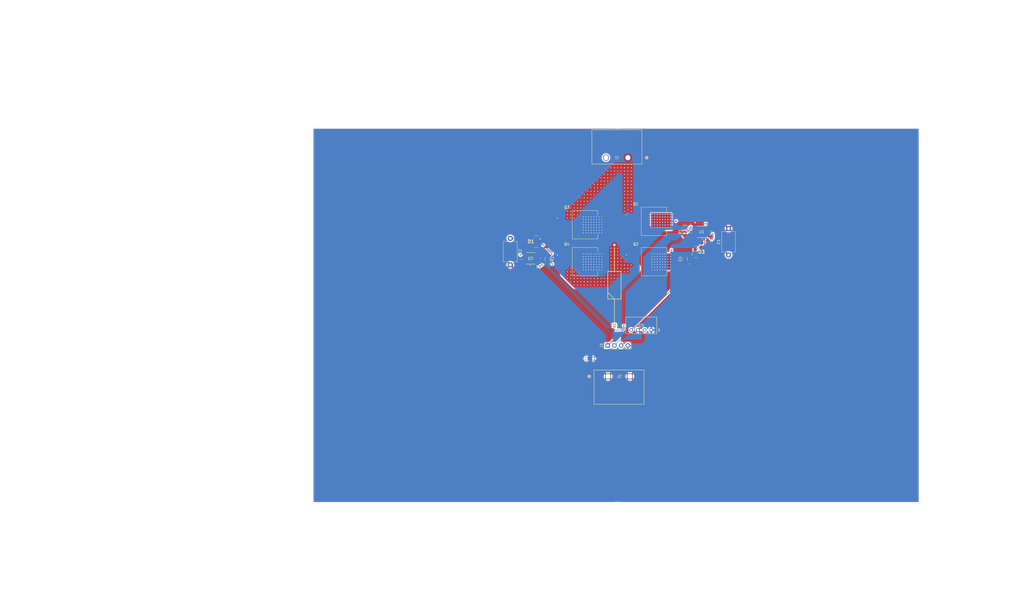
<source format=kicad_pcb>
(kicad_pcb (version 20240108) (generator "pcbnew") (generator_version "8.0")
  (layers (0 "F.Cu" signal) (1 "In1.Cu" signal) (2 "In2.Cu" signal) (31 "B.Cu" signal) (34 "B.Paste" user) (35 "F.Paste" user) (36 "B.SilkS" user "B.Silkscreen") (37 "F.SilkS" user "F.Silkscreen") (38 "B.Mask" user) (39 "F.Mask" user) (44 "Edge.Cuts" user))
  (net 0 "")
  (net 1 "SW1")
  (net 2 "Net-(D3-K)")
  (net 3 "Net-(D1-K)")
  (net 4 "SW2")
  (net 5 "GNDPWR")
  (net 6 "VIN")
  (net 7 "GND")
  (net 8 "VCC")
  (net 9 "TOPIN")
  (net 10 "BOTIN")
  (net 11 "5v")
  (net 12 "Net-(Q1-G)")
  (net 13 "Net-(Q2-G)")
  (net 14 "Net-(Q3-G)")
  (net 15 "Net-(Q4-G)")
  (net 16 "Net-(U1-*FLT)")
  (net 17 "Net-(U3-*FLT)")
  (footprint "Resistor_SMD:R_1206_3216Metric" (layer "F.Cu") (at 152.48 73.8525 -90)
    (property "Reference" "R2")
    (property "Value" "51k")
  )
  (footprint "Connector_PinHeader_2.54mm:PinHeader_1x04_P2.54mm_Vertical" (layer "F.Cu") (at 175.26 106.68 90)
    (property "Reference" "J3")
    (property "Value" "Conn_01x04")
  )
  (footprint "big_hbridge_fp:MSOP12_MSE_ADI-M" (layer "F.Cu") (at 146.13 73.66 180)
    (property "Reference" "U3")
    (property "Value" "~")
  )
  (footprint "big_hbridge_fp:CONN_4DB-P108-02_TEC" (layer "F.Cu") (at 175.4124 118.364)
    (property "Reference" "J2")
    (property "Value" "Screw_Terminal_01x02")
  )
  (footprint "big_hbridge_fp:CONN_4DB-P108-02_TEC" (layer "F.Cu") (at 182.88 35.56 180)
    (property "Reference" "J1")
    (property "Value" "Screw_Terminal_01x02")
  )
  (footprint "big_hbridge_fp:TO254P1524X483-3N" (layer "F.Cu") (at 191.18 59.69)
    (property "Reference" "Q1")
    (property "Value" "NMOS")
  )
  (footprint "Capacitor_THT:C_Disc_D7.5mm_W5.0mm_P10.00mm" (layer "F.Cu") (at 220.98 72.39 90)
    (property "Reference" "C1")
    (property "Value" "1uF")
  )
  (footprint "big_hbridge_fp:MSOP12_MSE_ADI-M" (layer "F.Cu") (at 210.82 63.64)
    (property "Reference" "U1")
    (property "Value" "LTC7061EMSE-PBF")
  )
  (footprint "big_hbridge_fp:TO254P1524X483-3N" (layer "F.Cu") (at 165.1 74.93)
    (property "Reference" "Q4")
    (property "Value" "NMOS")
  )
  (footprint "big_hbridge_fp:FSV10120V" (layer "F.Cu") (at 145.86 67.31 180)
    (property "Reference" "D1")
    (property "Value" "FSV10120V" (hide yes))
  )
  (footprint "big_hbridge_fp:TO254P1524X483-3N" (layer "F.Cu") (at 165.1 60.96)
    (property "Reference" "Q3")
    (property "Value" "NMOS")
  )
  (footprint "big_hbridge_fp:FSV10120V" (layer "F.Cu") (at 211.09 71.2)
    (property "Reference" "D3")
    (property "Value" "FSV10120V" (hide yes))
  )
  (footprint "Capacitor_THT:C_Disc_D7.5mm_W5.0mm_P10.00mm" (layer "F.Cu") (at 138.43 66.12 -90)
    (property "Reference" "C2")
    (property "Value" "1uF")
  )
  (footprint "big_hbridge_fp:CAPPA3050W60L1050D500" (layer "F.Cu") (at 177.8 99.08 90)
    (property "Reference" "C3")
    (property "Value" "1uF" (hide yes))
  )
  (footprint "big_hbridge_fp:TO254P1524X483-3N" (layer "F.Cu") (at 191.23 74.93)
    (property "Reference" "Q2")
    (property "Value" "NMOS")
  )
  (footprint "NetTie:NetTie-2_THT_Pad1.0mm" (layer "F.Cu") (at 169.829 111.633 180)
    (property "Reference" "NT1" (hide yes))
    (property "Value" "NetTie_2" (hide yes))
  )
  (footprint "Capacitor_SMD:C_1206_3216Metric" (layer "F.Cu") (at 204.47 73.945 90)
    (property "Reference" "C4")
    (property "Value" "0.1uF")
  )
  (footprint "Resistor_SMD:R_1206_3216Metric" (layer "F.Cu") (at 204.47 63.58 90)
    (property "Reference" "R1")
    (property "Value" "51k")
  )
  (footprint "big_hbridge_fp:ROE_RCP" (layer "F.Cu") (at 191.77 100.81 180)
    (property "Reference" "U2")
    (property "Value" "ROE-0512S")
  )
  (gr_line (start 63.5 166.37) (end 293.37 166.37) (stroke (width 0.05)) (layer "Edge.Cuts"))
  (gr_line (start 63.5 24.13) (end 293.37 24.13) (stroke (width 0.05)) (layer "Edge.Cuts"))
  (gr_line (start 63.5 24.13) (end 63.5 166.37) (stroke (width 0.05)) (layer "Edge.Cuts"))
  (gr_line (start 293.37 24.13) (end 293.37 166.37) (stroke (width 0.05)) (layer "Edge.Cuts"))
  (segment (start 214.445002 63.315002) (end 214.63 63.5) (width 0.5) (layer "F.Cu") (net 1))
  (segment (start 213.0552 63.315002) (end 214.445002 63.315002) (width 0.5) (layer "F.Cu") (net 1))
  (segment (start 212.09 71.2) (end 219.79 71.2) (width 0.5) (layer "F.Cu") (net 2))
  (segment (start 213.0552 62.015002) (end 212.438399 62.015002) (width 0.2) (layer "F.Cu") (net 2))
  (segment (start 219.79 71.2) (end 220.98 72.39) (width 0.5) (layer "F.Cu") (net 2))
  (segment (start 211.963 71.073) (end 212.09 71.2) (width 0.2) (layer "F.Cu") (net 2))
  (segment (start 212.438399 62.015002) (end 211.963 62.490401) (width 0.2) (layer "F.Cu") (net 2))
  (segment (start 211.963 62.490401) (end 211.963 71.073) (width 0.2) (layer "F.Cu") (net 2))
  (segment (start 138.43 66.12) (end 143.67 66.12) (width 0.2) (layer "F.Cu") (net 3))
  (segment (start 139.7 75.460202) (end 139.7 72.47) (width 0.2) (layer "F.Cu") (net 3))
  (segment (start 143.67 66.12) (end 144.86 67.31) (width 0.2) (layer "F.Cu") (net 3))
  (segment (start 143.51 77.47) (end 143.8948 77.0852) (width 0.2) (layer "F.Cu") (net 3))
  (segment (start 141.709798 77.47) (end 139.7 75.460202) (width 0.2) (layer "F.Cu") (net 3))
  (segment (start 139.7 72.47) (end 144.86 67.31) (width 0.2) (layer "F.Cu") (net 3))
  (segment (start 143.8948 77.0852) (end 143.8948 75.284998) (width 0.2) (layer "F.Cu") (net 3))
  (segment (start 141.709798 77.47) (end 143.51 77.47) (width 0.2) (layer "F.Cu") (net 3))
  (segment (start 143.8948 73.984998) (end 142.564998 73.984998) (width 0.5) (layer "F.Cu") (net 4))
  (segment (start 177.8 73.66) (end 181.61 77.47) (width 5) (layer "F.Cu") (net 5))
  (segment (start 213.347001 65.265001) (end 214.63 66.548) (width 0.5) (layer "F.Cu") (net 5))
  (segment (start 213.0552 65.265001) (end 214.236001 65.265001) (width 0.5) (layer "F.Cu") (net 5))
  (segment (start 181.61 77.47) (end 184.83 77.47) (width 5) (layer "F.Cu") (net 5))
  (segment (start 177.8 79.115) (end 177.8 73.66) (width 5) (layer "F.Cu") (net 5))
  (segment (start 213.0552 65.265001) (end 213.347001 65.265001) (width 0.5) (layer "F.Cu") (net 5))
  (segment (start 214.503 65.265001) (end 215.125001 65.265001) (width 0.5) (layer "F.Cu") (net 5))
  (segment (start 143.8948 72.034999) (end 142.595001 72.034999) (width 0.2) (layer "F.Cu") (net 5))
  (segment (start 215.125001 65.265001) (end 215.138 65.278) (width 0.5) (layer "F.Cu") (net 5))
  (segment (start 214.236001 65.265001) (end 215.011 66.04) (width 0.5) (layer "F.Cu") (net 5))
  (segment (start 177.8 68.58) (end 177.8 73.66) (width 5) (layer "F.Cu") (net 5))
  (segment (start 213.0552 65.265001) (end 214.503 65.265001) (width 0.5) (layer "F.Cu") (net 5))
  (segment (start 142.595001 72.034999) (end 142.24 72.39) (width 0.2) (layer "F.Cu") (net 5))
  (segment (start 174.365 82.55) (end 177.8 79.115) (width 5) (layer "F.Cu") (net 5))
  (segment (start 160.02 78.74) (end 163.83 82.55) (width 5) (layer "F.Cu") (net 5))
  (segment (start 163.83 82.55) (end 174.365 82.55) (width 5) (layer "F.Cu") (net 5))
  (via (at 161.29 77.47) (size 0.6) (drill 0.3) (layers "F.Cu" "B.Cu") (net 5))
  (via (at 214.63 66.548) (size 0.6) (drill 0.3) (layers "F.Cu" "B.Cu") (net 5))
  (via (at 180.34 73.66) (size 0.6) (drill 0.3) (layers "F.Cu" "B.Cu") (net 5))
  (via (at 177.8 77.47) (size 0.6) (drill 0.3) (layers "F.Cu" "B.Cu") (net 5))
  (via (at 176.53 71.12) (size 0.6) (drill 0.3) (layers "F.Cu" "B.Cu") (net 5))
  (via (at 179.07 71.12) (size 0.6) (drill 0.3) (layers "F.Cu" "B.Cu") (net 5))
  (via (at 173.99 82.55) (size 0.6) (drill 0.3) (layers "F.Cu" "B.Cu") (net 5))
  (via (at 168.91 82.55) (size 0.6) (drill 0.3) (layers "F.Cu" "B.Cu") (net 5))
  (via (at 166.37 83.82) (size 0.6) (drill 0.3) (layers "F.Cu" "B.Cu") (net 5))
  (via (at 177.8 69.85) (size 0.6) (drill 0.3) (layers "F.Cu" "B.Cu") (net 5))
  (via (at 177.8 76.2) (size 0.6) (drill 0.3) (layers "F.Cu" "B.Cu") (net 5))
  (via (at 176.53 73.66) (size 0.6) (drill 0.3) (layers "F.Cu" "B.Cu") (net 5))
  (via (at 176.53 80.01) (size 0.6) (drill 0.3) (layers "F.Cu" "B.Cu") (net 5))
  (via (at 215.011 66.04) (size 0.6) (drill 0.3) (layers "F.Cu" "B.Cu") (net 5))
  (via (at 179.07 80.01) (size 0.6) (drill 0.3) (layers "F.Cu" "B.Cu") (net 5))
  (via (at 173.99 83.82) (size 0.6) (drill 0.3) (layers "F.Cu" "B.Cu") (net 5))
  (via (at 180.34 77.47) (size 0.6) (drill 0.3) (layers "F.Cu" "B.Cu") (net 5))
  (via (at 168.91 83.82) (size 0.6) (drill 0.3) (layers "F.Cu" "B.Cu") (net 5))
  (via (at 170.18 83.82) (size 0.6) (drill 0.3) (layers "F.Cu" "B.Cu") (net 5))
  (via (at 161.29 82.55) (size 0.6) (drill 0.3) (layers "F.Cu" "B.Cu") (net 5))
  (via (at 161.29 78.74) (size 0.6) (drill 0.3) (layers "F.Cu" "B.Cu") (net 5))
  (via (at 171.45 81.28) (size 0.6) (drill 0.3) (layers "F.Cu" "B.Cu") (net 5))
  (via (at 163.83 80.01) (size 0.6) (drill 0.3) (layers "F.Cu" "B.Cu") (net 5))
  (via (at 215.138 65.278) (size 0.6) (drill 0.3) (layers "F.Cu" "B.Cu") (net 5))
  (via (at 179.07 77.47) (size 0.6) (drill 0.3) (layers "F.Cu" "B.Cu") (net 5))
  (via (at 165.1 83.82) (size 0.6) (drill 0.3) (layers "F.Cu" "B.Cu") (net 5))
  (via (at 175.26 83.82) (size 0.6) (drill 0.3) (layers "F.Cu" "B.Cu") (net 5))
  (via (at 179.07 76.2) (size 0.6) (drill 0.3) (layers "F.Cu" "B.Cu") (net 5))
  (via (at 179.07 73.66) (size 0.6) (drill 0.3) (layers "F.Cu" "B.Cu") (net 5))
  (via (at 165.1 82.55) (size 0.6) (drill 0.3) (layers "F.Cu" "B.Cu") (net 5))
  (via (at 176.53 76.2) (size 0.6) (drill 0.3) (layers "F.Cu" "B.Cu") (net 5))
  (via (at 181.61 74.93) (size 0.6) (drill 0.3) (layers "F.Cu" "B.Cu") (net 5))
  (via (at 176.53 72.39) (size 0.6) (drill 0.3) (layers "F.Cu" "B.Cu") (net 5))
  (via (at 180.34 74.93) (size 0.6) (drill 0.3) (layers "F.Cu" "B.Cu") (net 5))
  (via (at 177.8 78.74) (size 0.6) (drill 0.3) (layers "F.Cu" "B.Cu") (net 5))
  (via (at 177.8 74.93) (size 0.6) (drill 0.3) (layers "F.Cu" "B.Cu") (net 5))
  (via (at 182.88 76.2) (size 0.6) (drill 0.3) (layers "F.Cu" "B.Cu") (net 5))
  (via (at 179.07 72.39) (size 0.6) (drill 0.3) (layers "F.Cu" "B.Cu") (net 5))
  (via (at 173.99 81.28) (size 0.6) (drill 0.3) (layers "F.Cu" "B.Cu") (net 5))
  (via (at 176.53 77.47) (size 0.6) (drill 0.3) (layers "F.Cu" "B.Cu") (net 5))
  (via (at 180.34 76.2) (size 0.6) (drill 0.3) (layers "F.Cu" "B.Cu") (net 5))
  (via (at 161.29 81.28) (size 0.6) (drill 0.3) (layers "F.Cu" "B.Cu") (net 5))
  (via (at 172.72 82.55) (size 0.6) (drill 0.3) (layers "F.Cu" "B.Cu") (net 5))
  (via (at 177.8 80.01) (size 0.6) (drill 0.3) (layers "F.Cu" "B.Cu") (net 5))
  (via (at 177.8 71.12) (size 0.6) (drill 0.3) (layers "F.Cu" "B.Cu") (net 5))
  (via (at 160.02 80.01) (size 0.6) (drill 0.3) (layers "F.Cu" "B.Cu") (net 5))
  (via (at 161.29 80.01) (size 0.6) (drill 0.3) (layers "F.Cu" "B.Cu") (net 5))
  (via (at 176.53 69.85) (size 0.6) (drill 0.3) (layers "F.Cu" "B.Cu") (net 5))
  (via (at 176.53 74.93) (size 0.6) (drill 0.3) (layers "F.Cu" "B.Cu") (net 5))
  (via (at 162.56 78.74) (size 0.6) (drill 0.3) (layers "F.Cu" "B.Cu") (net 5))
  (via (at 181.61 76.2) (size 0.6) (drill 0.3) (layers "F.Cu" "B.Cu") (net 5))
  (via (at 176.53 82.55) (size 0.6) (drill 0.3) (layers "F.Cu" "B.Cu") (net 5))
  (via (at 181.61 78.74) (size 0.6) (drill 0.3) (layers "F.Cu" "B.Cu") (net 5))
  (via (at 184.15 76.2) (size 0.6) (drill 0.3) (layers "F.Cu" "B.Cu") (net 5))
  (via (at 175.26 80.01) (size 0.6) (drill 0.3) (layers "F.Cu" "B.Cu") (net 5))
  (via (at 167.64 81.28) (size 0.6) (drill 0.3) (layers "F.Cu" "B.Cu") (net 5))
  (via (at 177.8 73.66) (size 0.6) (drill 0.3) (layers "F.Cu" "B.Cu") (net 5))
  (via (at 163.83 83.82) (size 0.6) (drill 0.3) (layers "F.Cu" "B.Cu") (net 5))
  (via (at 162.56 82.55) (size 0.6) (drill 0.3) (layers "F.Cu" "B.Cu") (net 5))
  (via (at 162.56 80.01) (size 0.6) (drill 0.3) (layers "F.Cu" "B.Cu") (net 5))
  (via (at 162.56 81.28) (size 0.6) (drill 0.3) (layers "F.Cu" "B.Cu") (net 5))
  (via (at 176.53 78.74) (size 0.6) (drill 0.3) (layers "F.Cu" "B.Cu") (net 5))
  (via (at 182.88 77.47) (size 0.6) (drill 0.3) (layers "F.Cu" "B.Cu") (net 5))
  (via (at 167.64 83.82) (size 0.6) (drill 0.3) (layers "F.Cu" "B.Cu") (net 5))
  (via (at 165.1 81.28) (size 0.6) (drill 0.3) (layers "F.Cu" "B.Cu") (net 5))
  (via (at 175.26 81.28) (size 0.6) (drill 0.3) (layers "F.Cu" "B.Cu") (net 5))
  (via (at 179.07 78.74) (size 0.6) (drill 0.3) (layers "F.Cu" "B.Cu") (net 5))
  (via (at 177.8 81.28) (size 0.6) (drill 0.3) (layers "F.Cu" "B.Cu") (net 5))
  (via (at 160.02 78.74) (size 0.6) (drill 0.3) (layers "F.Cu" "B.Cu") (net 5))
  (via (at 170.18 82.55) (size 0.6) (drill 0.3) (layers "F.Cu" "B.Cu") (net 5))
  (via (at 179.07 69.85) (size 0.6) (drill 0.3) (layers "F.Cu" "B.Cu") (net 5))
  (via (at 182.88 78.74) (size 0.6) (drill 0.3) (layers "F.Cu" "B.Cu") (net 5))
  (via (at 168.91 81.28) (size 0.6) (drill 0.3) (layers "F.Cu" "B.Cu") (net 5))
  (via (at 162.56 83.82) (size 0.6) (drill 0.3) (layers "F.Cu" "B.Cu") (net 5))
  (via (at 160.02 81.28) (size 0.6) (drill 0.3) (layers "F.Cu" "B.Cu") (net 5))
  (via (at 171.45 82.55) (size 0.6) (drill 0.3) (layers "F.Cu" "B.Cu") (net 5))
  (via (at 171.45 83.82) (size 0.6) (drill 0.3) (layers "F.Cu" "B.Cu") (net 5))
  (via (at 170.18 81.28) (size 0.6) (drill 0.3) (layers "F.Cu" "B.Cu") (net 5))
  (via (at 163.83 81.28) (size 0.6) (drill 0.3) (layers "F.Cu" "B.Cu") (net 5))
  (via (at 166.37 81.28) (size 0.6) (drill 0.3) (layers "F.Cu" "B.Cu") (net 5))
  (via (at 177.8 72.39) (size 0.6) (drill 0.3) (layers "F.Cu" "B.Cu") (net 5))
  (via (at 175.26 82.55) (size 0.6) (drill 0.3) (layers "F.Cu" "B.Cu") (net 5))
  (via (at 180.290205 78.631016) (size 0.6) (drill 0.3) (layers "F.Cu" "B.Cu") (net 5))
  (via (at 172.72 83.82) (size 0.6) (drill 0.3) (layers "F.Cu" "B.Cu") (net 5))
  (via (at 142.24 72.39) (size 0.6) (drill 0.3) (layers "F.Cu" "B.Cu") (net 5))
  (via (at 172.72 81.28) (size 0.6) (drill 0.3) (layers "F.Cu" "B.Cu") (net 5))
  (via (at 181.61 77.47) (size 0.6) (drill 0.3) (layers "F.Cu" "B.Cu") (net 5))
  (via (at 167.64 82.55) (size 0.6) (drill 0.3) (layers "F.Cu" "B.Cu") (net 5))
  (via (at 179.07 74.93) (size 0.6) (drill 0.3) (layers "F.Cu" "B.Cu") (net 5))
  (via (at 166.37 82.55) (size 0.6) (drill 0.3) (layers "F.Cu" "B.Cu") (net 5))
  (via (at 176.53 81.28) (size 0.6) (drill 0.3) (layers "F.Cu" "B.Cu") (net 5))
  (via (at 163.83 82.55) (size 0.6) (drill 0.3) (layers "F.Cu" "B.Cu") (net 5))
  (segment (start 158.7 58.42) (end 160.02 58.42) (width 5) (layer "F.Cu") (net 6))
  (segment (start 160.02 58.42) (end 182.88 35.56) (width 5) (layer "F.Cu") (net 6))
  (segment (start 182.88 55.25) (end 182.88 35.56) (width 5) (layer "F.Cu") (net 6))
  (segment (start 184.78 57.15) (end 182.88 55.25) (width 5) (layer "F.Cu") (net 6))
  (via (at 170.18 45.72) (size 0.6) (drill 0.3) (layers "F.Cu" "B.Cu") (net 6))
  (via (at 184.15 41.91) (size 0.6) (drill 0.3) (layers "F.Cu" "B.Cu") (net 6))
  (via (at 160.02 57.15) (size 0.6) (drill 0.3) (layers "F.Cu" "B.Cu") (net 6))
  (via (at 184.15 50.8) (size 0.6) (drill 0.3) (layers "F.Cu" "B.Cu") (net 6))
  (via (at 182.88 41.91) (size 0.6) (drill 0.3) (layers "F.Cu" "B.Cu") (net 6))
  (via (at 181.61 45.72) (size 0.6) (drill 0.3) (layers "F.Cu" "B.Cu") (net 6))
  (via (at 160.02 55.88) (size 0.6) (drill 0.3) (layers "F.Cu" "B.Cu") (net 6))
  (via (at 165.1 52.07) (size 0.6) (drill 0.3) (layers "F.Cu" "B.Cu") (net 6))
  (via (at 182.88 53.34) (size 0.6) (drill 0.3) (layers "F.Cu" "B.Cu") (net 6))
  (via (at 184.15 39.37) (size 0.6) (drill 0.3) (layers "F.Cu" "B.Cu") (net 6))
  (via (at 160.02 58.42) (size 0.6) (drill 0.3) (layers "F.Cu" "B.Cu") (net 6))
  (via (at 161.29 54.61) (size 0.6) (drill 0.3) (layers "F.Cu" "B.Cu") (net 6))
  (via (at 184.15 52.07) (size 0.6) (drill 0.3) (layers "F.Cu" "B.Cu") (net 6))
  (via (at 182.88 55.25) (size 0.6) (drill 0.3) (layers "F.Cu" "B.Cu") (net 6))
  (via (at 168.91 49.53) (size 0.6) (drill 0.3) (layers "F.Cu" "B.Cu") (net 6))
  (via (at 167.64 52.07) (size 0.6) (drill 0.3) (layers "F.Cu" "B.Cu") (net 6))
  (via (at 165.1 53.34) (size 0.6) (drill 0.3) (layers "F.Cu" "B.Cu") (net 6))
  (via (at 184.15 53.34) (size 0.6) (drill 0.3) (layers "F.Cu" "B.Cu") (net 6))
  (via (at 181.603279 50.762347) (size 0.6) (drill 0.3) (layers "F.Cu" "B.Cu") (net 6))
  (via (at 181.61 48.26) (size 0.6) (drill 0.3) (layers "F.Cu" "B.Cu") (net 6))
  (via (at 181.61 54.61) (size 0.6) (drill 0.3) (layers "F.Cu" "B.Cu") (net 6))
  (via (at 181.61 49.53) (size 0.6) (drill 0.3) (layers "F.Cu" "B.Cu") (net 6))
  (via (at 181.61 44.45) (size 0.6) (drill 0.3) (layers "F.Cu" "B.Cu") (net 6))
  (via (at 172.72 43.18) (size 0.6) (drill 0.3) (layers "F.Cu" "B.Cu") (net 6))
  (via (at 180.34 39.37) (size 0.6) (drill 0.3) (layers "F.Cu" "B.Cu") (net 6))
  (via (at 173.99 44.45) (size 0.6) (drill 0.3) (layers "F.Cu" "B.Cu") (net 6))
  (via (at 166.37 53.34) (size 0.6) (drill 0.3) (layers "F.Cu" "B.Cu") (net 6))
  (via (at 171.45 46.99) (size 0.6) (drill 0.3) (layers "F.Cu" "B.Cu") (net 6))
  (via (at 182.88 52.07) (size 0.6) (drill 0.3) (layers "F.Cu" "B.Cu") (net 6))
  (via (at 184.15 43.18) (size 0.6) (drill 0.3) (layers "F.Cu" "B.Cu") (net 6))
  (via (at 182.88 49.53) (size 0.6) (drill 0.3) (layers "F.Cu" "B.Cu") (net 6))
  (via (at 173.99 45.72) (size 0.6) (drill 0.3) (layers "F.Cu" "B.Cu") (net 6))
  (via (at 175.26 43.18) (size 0.6) (drill 0.3) (layers "F.Cu" "B.Cu") (net 6))
  (via (at 180.34 40.64) (size 0.6) (drill 0.3) (layers "F.Cu" "B.Cu") (net 6))
  (via (at 165.1 54.61) (size 0.6) (drill 0.3) (layers "F.Cu" "B.Cu") (net 6))
  (via (at 182.88 50.8) (size 0.6) (drill 0.3) (layers "F.Cu" "B.Cu") (net 6))
  (via (at 184.15 44.45) (size 0.6) (drill 0.3) (layers "F.Cu" "B.Cu") (net 6))
  (via (at 162.56 57.15) (size 0.6) (drill 0.3) (layers "F.Cu" "B.Cu") (net 6))
  (via (at 181.61 38.1) (size 0.6) (drill 0.3) (layers "F.Cu" "B.Cu") (net 6))
  (via (at 167.64 48.26) (size 0.6) (drill 0.3) (layers "F.Cu" "B.Cu") (net 6))
  (via (at 176.53 41.91) (size 0.6) (drill 0.3) (layers "F.Cu" "B.Cu") (net 6))
  (via (at 182.88 44.45) (size 0.6) (drill 0.3) (layers "F.Cu" "B.Cu") (net 6))
  (via (at 161.29 57.15) (size 0.6) (drill 0.3) (layers "F.Cu" "B.Cu") (net 6))
  (via (at 177.8 39.37) (size 0.6) (drill 0.3) (layers "F.Cu" "B.Cu") (net 6))
  (via (at 184.15 48.26) (size 0.6) (drill 0.3) (layers "F.Cu" "B.Cu") (net 6))
  (via (at 181.61 46.99) (size 0.6) (drill 0.3) (layers "F.Cu" "B.Cu") (net 6))
  (via (at 173.99 41.91) (size 0.6) (drill 0.3) (layers "F.Cu" "B.Cu") (net 6))
  (via (at 181.61 43.18) (size 0.6) (drill 0.3) (layers "F.Cu" "B.Cu") (net 6))
  (via (at 171.45 44.45) (size 0.6) (drill 0.3) (layers "F.Cu" "B.Cu") (net 6))
  (via (at 161.29 55.88) (size 0.6) (drill 0.3) (layers "F.Cu" "B.Cu") (net 6))
  (via (at 163.83 55.88) (size 0.6) (drill 0.3) (layers "F.Cu" "B.Cu") (net 6))
  (via (at 181.61 40.64) (size 0.6) (drill 0.3) (layers "F.Cu" "B.Cu") (net 6))
  (via (at 170.18 46.99) (size 0.6) (drill 0.3) (layers "F.Cu" "B.Cu") (net 6))
  (via (at 172.72 45.72) (size 0.6) (drill 0.3) (layers "F.Cu" "B.Cu") (net 6))
  (via (at 166.37 49.53) (size 0.6) (drill 0.3) (layers "F.Cu" "B.Cu") (net 6))
  (via (at 171.45 48.26) (size 0.6) (drill 0.3) (layers "F.Cu" "B.Cu") (net 6))
  (via (at 181.61 52.07) (size 0.6) (drill 0.3) (layers "F.Cu" "B.Cu") (net 6))
  (via (at 163.83 53.34) (size 0.6) (drill 0.3) (layers "F.Cu" "B.Cu") (net 6))
  (via (at 162.56 54.61) (size 0.6) (drill 0.3) (layers "F.Cu" "B.Cu") (net 6))
  (via (at 184.15 54.61) (size 0.6) (drill 0.3) (layers "F.Cu" "B.Cu") (net 6))
  (via (at 181.61 39.37) (size 0.6) (drill 0.3) (layers "F.Cu" "B.Cu") (net 6))
  (via (at 166.37 52.07) (size 0.6) (drill 0.3) (layers "F.Cu" "B.Cu") (net 6))
  (via (at 177.8 41.91) (size 0.6) (drill 0.3) (layers "F.Cu" "B.Cu") (net 6))
  (via (at 179.07 38.1) (size 0.6) (drill 0.3) (layers "F.Cu" "B.Cu") (net 6))
  (via (at 175.26 41.91) (size 0.6) (drill 0.3) (layers "F.Cu" "B.Cu") (net 6))
  (via (at 182.88 38.1) (size 0.6) (drill 0.3) (layers "F.Cu" "B.Cu") (net 6))
  (via (at 175.26 40.64) (size 0.6) (drill 0.3) (layers "F.Cu" "B.Cu") (net 6))
  (via (at 177.8 38.1) (size 0.6) (drill 0.3) (layers "F.Cu" "B.Cu") (net 6))
  (via (at 177.8 40.64) (size 0.6) (drill 0.3) (layers "F.Cu" "B.Cu") (net 6))
  (via (at 182.88 45.72) (size 0.6) (drill 0.3) (layers "F.Cu" "B.Cu") (net 6))
  (via (at 163.83 52.07) (size 0.6) (drill 0.3) (layers "F.Cu" "B.Cu") (net 6))
  (via (at 170.18 48.26) (size 0.6) (drill 0.3) (layers "F.Cu" "B.Cu") (net 6))
  (via (at 182.88 43.18) (size 0.6) (drill 0.3) (layers "F.Cu" "B.Cu") (net 6))
  (via (at 182.88 40.64) (size 0.6) (drill 0.3) (layers "F.Cu" "B.Cu") (net 6))
  (via (at 184.15 40.64) (size 0.6) (drill 0.3) (layers "F.Cu" "B.Cu") (net 6))
  (via (at 179.07 40.64) (size 0.6) (drill 0.3) (layers "F.Cu" "B.Cu") (net 6))
  (via (at 162.56 55.88) (size 0.6) (drill 0.3) (layers "F.Cu" "B.Cu") (net 6))
  (via (at 182.88 46.99) (size 0.6) (drill 0.3) (layers "F.Cu" "B.Cu") (net 6))
  (via (at 181.61 53.34) (size 0.6) (drill 0.3) (layers "F.Cu" "B.Cu") (net 6))
  (via (at 176.53 40.64) (size 0.6) (drill 0.3) (layers "F.Cu" "B.Cu") (net 6))
  (via (at 184.15 49.53) (size 0.6) (drill 0.3) (layers "F.Cu" "B.Cu") (net 6))
  (via (at 170.18 49.53) (size 0.6) (drill 0.3) (layers "F.Cu" "B.Cu") (net 6))
  (via (at 167.64 50.8) (size 0.6) (drill 0.3) (layers "F.Cu" "B.Cu") (net 6))
  (via (at 165.1 50.8) (size 0.6) (drill 0.3) (layers "F.Cu" "B.Cu") (net 6))
  (via (at 182.88 48.26) (size 0.6) (drill 0.3) (layers "F.Cu" "B.Cu") (net 6))
  (via (at 168.91 46.99) (size 0.6) (drill 0.3) (layers "F.Cu" "B.Cu") (net 6))
  (via (at 176.53 39.37) (size 0.6) (drill 0.3) (layers "F.Cu" "B.Cu") (net 6))
  (via (at 172.72 46.99) (size 0.6) (drill 0.3) (layers "F.Cu" "B.Cu") (net 6))
  (via (at 173.99 43.18) (size 0.6) (drill 0.3) (layers "F.Cu" "B.Cu") (net 6))
  (via (at 181.61 41.91) (size 0.6) (drill 0.3) (layers "F.Cu" "B.Cu") (net 6))
  (via (at 184.15 46.99) (size 0.6) (drill 0.3) (layers "F.Cu" "B.Cu") (net 6))
  (via (at 162.56 58.42) (size 0.6) (drill 0.3) (layers "F.Cu" "B.Cu") (net 6))
  (via (at 163.83 57.15) (size 0.6) (drill 0.3) (layers "F.Cu" "B.Cu") (net 6))
  (via (at 181.61 55.88) (size 0.6) (drill 0.3) (layers "F.Cu" "B.Cu") (net 6))
  (via (at 175.26 44.45) (size 0.6) (drill 0.3) (layers "F.Cu" "B.Cu") (net 6))
  (via (at 163.83 54.61) (size 0.6) (drill 0.3) (layers "F.Cu" "B.Cu") (net 6))
  (via (at 179.07 39.37) (size 0.6) (drill 0.3) (layers "F.Cu" "B.Cu") (net 6))
  (via (at 168.91 50.8) (size 0.6) (drill 0.3) (layers "F.Cu" "B.Cu") (net 6))
  (via (at 172.72 44.45) (size 0.6) (drill 0.3) (layers "F.Cu" "B.Cu") (net 6))
  (via (at 180.34 38.1) (size 0.6) (drill 0.3) (layers "F.Cu" "B.Cu") (net 6))
  (via (at 184.15 55.88) (size 0.6) (drill 0.3) (layers "F.Cu" "B.Cu") (net 6))
  (via (at 176.53 43.18) (size 0.6) (drill 0.3) (layers "F.Cu" "B.Cu") (net 6))
  (via (at 162.56 53.34) (size 0.6) (drill 0.3) (layers "F.Cu" "B.Cu") (net 6))
  (via (at 171.45 45.72) (size 0.6) (drill 0.3) (layers "F.Cu" "B.Cu") (net 6))
  (via (at 182.88 39.37) (size 0.6) (drill 0.3) (layers "F.Cu" "B.Cu") (net 6))
  (via (at 167.64 49.53) (size 0.6) (drill 0.3) (layers "F.Cu" "B.Cu") (net 6))
  (via (at 184.15 38.1) (size 0.6) (drill 0.3) (layers "F.Cu" "B.Cu") (net 6))
  (via (at 184.15 45.72) (size 0.6) (drill 0.3) (layers "F.Cu" "B.Cu") (net 6))
  (via (at 168.91 48.26) (size 0.6) (drill 0.3) (layers "F.Cu" "B.Cu") (net 6))
  (via (at 161.29 58.42) (size 0.6) (drill 0.3) (layers "F.Cu" "B.Cu") (net 6))
  (via (at 166.37 50.8) (size 0.6) (drill 0.3) (layers "F.Cu" "B.Cu") (net 6))
  (segment (start 149.535002 73.335002) (end 149.86 73.66) (width 0.2) (layer "F.Cu") (net 7))
  (segment (start 210.82 66.04) (end 211.074 66.294) (width 0.2) (layer "F.Cu") (net 7))
  (segment (start 146.13 76.12) (end 146.05 76.2) (width 0.2) (layer "F.Cu") (net 7))
  (segment (start 169.829003 111.633003) (end 169.829 111.633) (width 0.2) (layer "F.Cu") (net 7))
  (segment (start 210.82 63.64) (end 210.82 66.04) (width 0.2) (layer "F.Cu") (net 7))
  (segment (start 205.849 75.42) (end 206.248 75.819) (width 0.2) (layer "F.Cu") (net 7))
  (segment (start 208.5848 63.964998) (end 206.926002 63.964998) (width 0.2) (layer "F.Cu") (net 7))
  (segment (start 210.495002 63.964998) (end 210.82 63.64) (width 0.2) (layer "F.Cu") (net 7))
  (segment (start 146.13 73.66) (end 146.13 76.12) (width 0.2) (layer "F.Cu") (net 7))
  (segment (start 206.926002 63.964998) (end 206.756 64.135) (width 0.2) (layer "F.Cu") (net 7))
  (segment (start 148.3652 73.335002) (end 149.535002 73.335002) (width 0.2) (layer "F.Cu") (net 7))
  (segment (start 204.47 75.42) (end 205.849 75.42) (width 0.2) (layer "F.Cu") (net 7))
  (via (at 149.86 73.66) (size 0.6) (drill 0.3) (layers "F.Cu" "B.Cu") (net 7))
  (via (at 211.074 66.294) (size 0.6) (drill 0.3) (layers "F.Cu" "B.Cu") (net 7))
  (via (at 206.248 75.819) (size 0.6) (drill 0.3) (layers "F.Cu" "B.Cu") (net 7))
  (via (at 206.756 64.135) (size 0.6) (drill 0.3) (layers "F.Cu" "B.Cu") (net 7))
  (via (at 146.05 76.2) (size 0.6) (drill 0.3) (layers "F.Cu" "B.Cu") (net 7))
  (segment (start 154.051 75.438) (end 154.051 73.961) (width 0.2) (layer "F.Cu") (net 8))
  (segment (start 201.168 75.772) (end 204.47 72.47) (width 0.2) (layer "F.Cu") (net 8))
  (segment (start 154.051 75.565) (end 154.305 75.819) (width 0.2) (layer "F.Cu") (net 8))
  (segment (start 208.5848 65.264998) (end 208.5848 64.614999) (width 0.2) (layer "F.Cu") (net 8))
  (segment (start 208.362302 65.0425) (end 208.5848 65.264998) (width 0.2) (layer "F.Cu") (net 8))
  (segment (start 152.48 72.39) (end 153.67 72.39) (width 0.2) (layer "F.Cu") (net 8))
  (segment (start 154.051 73.961) (end 152.48 72.39) (width 0.2) (layer "F.Cu") (net 8))
  (segment (start 204.47 65.0425) (end 208.362302 65.0425) (width 0.2) (layer "F.Cu") (net 8))
  (segment (start 150.876 68.707) (end 150.876 68.591) (width 0.2) (layer "F.Cu") (net 8))
  (segment (start 199.62 81.05) (end 201.168 79.502) (width 0.2) (layer "F.Cu") (net 8))
  (segment (start 150.876 68.591) (end 148.61 66.325) (width 0.2) (layer "F.Cu") (net 8))
  (segment (start 208.5848 65.4558) (end 208.34 65.7006) (width 0.2) (layer "F.Cu") (net 8))
  (segment (start 152.104999 72.685001) (end 148.3652 72.685001) (width 0.2) (layer "F.Cu") (net 8))
  (segment (start 148.3652 72.685001) (end 148.3652 72.035002) (width 0.2) (layer "F.Cu") (net 8))
  (segment (start 204.47 72.47) (end 208.055 72.47) (width 0.2) (layer "F.Cu") (net 8))
  (segment (start 199.62 85.34) (end 199.62 81.05) (width 0.2) (layer "F.Cu") (net 8))
  (segment (start 208.5848 65.264998) (end 208.5848 65.4558) (width 0.2) (layer "F.Cu") (net 8))
  (segment (start 208.34 65.7006) (end 208.34 70.215) (width 0.2) (layer "F.Cu") (net 8))
  (segment (start 152.48 72.39) (end 152.4 72.39) (width 0.2) (layer "F.Cu") (net 8))
  (segment (start 208.34 72.185) (end 208.34 70.215) (width 0.2) (layer "F.Cu") (net 8))
  (segment (start 208.055 72.47) (end 208.34 72.185) (width 0.2) (layer "F.Cu") (net 8))
  (segment (start 150.464 68.295) (end 148.61 68.295) (width 0.2) (layer "F.Cu") (net 8))
  (segment (start 201.168 79.502) (end 201.168 75.772) (width 0.2) (layer "F.Cu") (net 8))
  (segment (start 152.4 72.39) (end 152.104999 72.685001) (width 0.2) (layer "F.Cu") (net 8))
  (segment (start 150.876 68.707) (end 150.464 68.295) (width 0.2) (layer "F.Cu") (net 8))
  (segment (start 153.67 72.39) (end 154.178 71.882) (width 0.2) (layer "F.Cu") (net 8))
  (segment (start 184.15 100.81) (end 199.62 85.34) (width 0.2) (layer "F.Cu") (net 8))
  (segment (start 154.051 75.438) (end 154.051 75.565) (width 0.2) (layer "F.Cu") (net 8))
  (via (at 154.305 75.819) (size 0.6) (drill 0.3) (layers "F.Cu" "B.Cu") (net 8))
  (via (at 154.178 71.882) (size 0.6) (drill 0.3) (layers "F.Cu" "B.Cu") (net 8))
  (via (at 150.876 68.707) (size 0.6) (drill 0.3) (layers "F.Cu" "B.Cu") (net 8))
  (segment (start 176.403 100.457) (end 176.756 100.81) (width 0.2) (layer "B.Cu") (net 8))
  (segment (start 154.305 77.47) (end 176.403 99.568) (width 0.2) (layer "B.Cu") (net 8))
  (segment (start 154.305 75.819) (end 154.305 77.47) (width 0.2) (layer "B.Cu") (net 8))
  (segment (start 151.003 68.707) (end 150.876 68.707) (width 0.2) (layer "B.Cu") (net 8))
  (segment (start 176.403 99.568) (end 176.403 100.457) (width 0.2) (layer "B.Cu") (net 8))
  (segment (start 154.178 71.882) (end 151.003 68.707) (width 0.2) (layer "B.Cu") (net 8))
  (segment (start 176.756 100.81) (end 184.15 100.81) (width 0.2) (layer "B.Cu") (net 8))
  (segment (start 148.3652 75.4672) (end 149.606 76.708) (width 0.2) (layer "F.Cu") (net 9))
  (segment (start 181.356 99.187) (end 181.356 100.584) (width 0.2) (layer "F.Cu") (net 9))
  (segment (start 206.921999 62.014999) (end 208.5848 62.014999) (width 0.2) (layer "F.Cu") (net 9))
  (segment (start 181.356 100.584) (end 175.26 106.68) (width 0.2) (layer "F.Cu") (net 9))
  (segment (start 206.629 61.722) (end 206.921999 62.014999) (width 0.2) (layer "F.Cu") (net 9))
  (segment (start 148.3652 75.285001) (end 148.3652 75.4672) (width 0.2) (layer "F.Cu") (net 9))
  (via (at 206.629 61.722) (size 0.6) (drill 0.3) (layers "F.Cu" "B.Cu") (net 9))
  (via (at 181.356 99.187) (size 0.6) (drill 0.3) (layers "F.Cu" "B.Cu") (net 9))
  (via (at 149.606 76.708) (size 0.6) (drill 0.3) (layers "F.Cu" "B.Cu") (net 9))
  (segment (start 181.356 99.187) (end 181.356 86.144) (width 0.2) (layer "B.Cu") (net 9))
  (segment (start 188 79.5) (end 188 71.5) (width 0.2) (layer "B.Cu") (net 9))
  (segment (start 175.26 102.362) (end 175.26 106.68) (width 0.2) (layer "B.Cu") (net 9))
  (segment (start 181.356 86.144) (end 188 79.5) (width 0.2) (layer "B.Cu") (net 9))
  (segment (start 204.851 63.5) (end 206.629 61.722) (width 0.2) (layer "B.Cu") (net 9))
  (segment (start 188 71.5) (end 196 63.5) (width 0.2) (layer "B.Cu") (net 9))
  (segment (start 149.606 76.708) (end 175.26 102.362) (width 0.2) (layer "B.Cu") (net 9))
  (segment (start 196 63.5) (end 204.851 63.5) (width 0.2) (layer "B.Cu") (net 9))
  (segment (start 150.368 76.2) (end 150.368 76.021001) (width 0.2) (layer "F.Cu") (net 10))
  (segment (start 148.981998 74.634999) (end 148.3652 74.634999) (width 0.2) (layer "F.Cu") (net 10))
  (segment (start 206.556001 62.665001) (end 208.5848 62.665001) (width 0.2) (layer "F.Cu") (net 10))
  (segment (start 209.201602 62.665001) (end 208.5848 62.665001) (width 0.2) (layer "F.Cu") (net 10))
  (segment (start 206.502 62.611) (end 206.556001 62.665001) (width 0.2) (layer "F.Cu") (net 10))
  (segment (start 150.368 76.021001) (end 148.981998 74.634999) (width 0.2) (layer "F.Cu") (net 10))
  (via (at 206.502 62.611) (size 0.6) (drill 0.3) (layers "F.Cu" "B.Cu") (net 10))
  (via (at 150.368 76.2) (size 0.6) (drill 0.3) (layers "F.Cu" "B.Cu") (net 10))
  (segment (start 193.436 67.564) (end 201.549 67.564) (width 0.2) (layer "B.Cu") (net 10))
  (segment (start 176.53 105.41) (end 177.8 106.68) (width 0.2) (layer "B.Cu") (net 10))
  (segment (start 177.8 106.68) (end 182.499 101.981) (width 0.2) (layer "B.Cu") (net 10))
  (segment (start 190 71) (end 193.436 67.564) (width 0.2) (layer "B.Cu") (net 10))
  (segment (start 176.53 102.108) (end 176.53 105.41) (width 0.2) (layer "B.Cu") (net 10))
  (segment (start 190 95.623) (end 190 71) (width 0.2) (layer "B.Cu") (net 10))
  (segment (start 182.499 101.981) (end 184.531 101.981) (width 0.2) (layer "B.Cu") (net 10))
  (segment (start 201.549 67.564) (end 206.502 62.611) (width 0.2) (layer "B.Cu") (net 10))
  (segment (start 176.53 102.108) (end 150.622 76.2) (width 0.2) (layer "B.Cu") (net 10))
  (segment (start 185.42 100.203) (end 190 95.623) (width 0.2) (layer "B.Cu") (net 10))
  (segment (start 185.42 101.092) (end 185.42 100.203) (width 0.2) (layer "B.Cu") (net 10))
  (segment (start 150.622 76.2) (end 150.368 76.2) (width 0.2) (layer "B.Cu") (net 10))
  (segment (start 184.531 101.981) (end 185.42 101.092) (width 0.2) (layer "B.Cu") (net 10))
  (segment (start 181.864 105.156) (end 188.087 105.156) (width 0.2) (layer "B.Cu") (net 11))
  (segment (start 188.722 104.521) (end 188.722 101.318) (width 0.2) (layer "B.Cu") (net 11))
  (segment (start 180.34 106.68) (end 181.864 105.156) (width 0.2) (layer "B.Cu") (net 11))
  (segment (start 188.722 101.318) (end 189.23 100.81) (width 0.2) (layer "B.Cu") (net 11))
  (segment (start 188.087 105.156) (end 188.722 104.521) (width 0.2) (layer "B.Cu") (net 11))
  (segment (start 214.249 61.976) (end 212.852 60.579) (width 0.2) (layer "F.Cu") (net 12))
  (segment (start 199 60) (end 198.69 59.69) (width 0.2) (layer "F.Cu") (net 12))
  (segment (start 201.041 59.69) (end 199.31 59.69) (width 0.2) (layer "F.Cu") (net 12))
  (segment (start 196.69 59.69) (end 196.31 59.69) (width 0.2) (layer "F.Cu") (net 12))
  (segment (start 199.31 59.69) (end 199 60) (width 0.2) (layer "F.Cu") (net 12))
  (segment (start 197 60) (end 196.69 59.69) (width 0.2) (layer "F.Cu") (net 12))
  (segment (start 195.69 59.69) (end 195.53 59.69) (width 0.2) (layer "F.Cu") (net 12))
  (segment (start 197.69 59.69) (end 197.31 59.69) (width 0.2) (layer "F.Cu") (net 12))
  (segment (start 198 60) (end 197.69 59.69) (width 0.2) (layer "F.Cu") (net 12))
  (segment (start 201.168 59.563) (end 201.041 59.69) (width 0.2) (layer "F.Cu") (net 12))
  (segment (start 197.31 59.69) (end 197 60) (width 0.2) (layer "F.Cu") (net 12))
  (segment (start 198.31 59.69) (end 198 60) (width 0.2) (layer "F.Cu") (net 12))
  (segment (start 212.852 60.579) (end 212.344 60.579) (width 0.2) (layer "F.Cu") (net 12))
  (segment (start 213.0552 62.665001) (end 213.6902 62.665001) (width 0.2) (layer "F.Cu") (net 12))
  (segment (start 196.31 59.69) (end 196 60) (width 0.2) (layer "F.Cu") (net 12))
  (segment (start 214.249 62.106201) (end 214.249 61.976) (width 0.2) (layer "F.Cu") (net 12))
  (segment (start 198.69 59.69) (end 198.31 59.69) (width 0.2) (layer "F.Cu") (net 12))
  (segment (start 213.6902 62.665001) (end 214.249 62.106201) (width 0.2) (layer "F.Cu") (net 12))
  (segment (start 196 60) (end 195.69 59.69) (width 0.2) (layer "F.Cu") (net 12))
  (via (at 198 62) (size 0.6) (drill 0.3) (layers "F.Cu" "B.Cu") (net 12))
  (via (at 201.168 59.563) (size 0.6) (drill 0.3) (layers "F.Cu" "B.Cu") (net 12))
  (via (at 197 57) (size 0.6) (drill 0.3) (layers "F.Cu" "B.Cu") (net 12))
  (via (at 192 58) (size 0.6) (drill 0.3) (layers "F.Cu" "B.Cu") (net 12))
  (via (at 193 57) (size 0.6) (drill 0.3) (layers "F.Cu" "B.Cu") (net 12))
  (via (at 192 57) (size 0.6) (drill 0.3) (layers "F.Cu" "B.Cu") (net 12))
  (via (at 199 62) (size 0.6) (drill 0.3) (layers "F.Cu" "B.Cu") (net 12))
  (via (at 195 61) (size 0.6) (drill 0.3) (layers "F.Cu" "B.Cu") (net 12))
  (via (at 199 57) (size 0.6) (drill 0.3) (layers "F.Cu" "B.Cu") (net 12))
  (via (at 196 58) (size 0.6) (drill 0.3) (layers "F.Cu" "B.Cu") (net 12))
  (via (at 196 62) (size 0.6) (drill 0.3) (layers "F.Cu" "B.Cu") (net 12))
  (via (at 194 57) (size 0.6) (drill 0.3) (layers "F.Cu" "B.Cu") (net 12))
  (via (at 193 61) (size 0.6) (drill 0.3) (layers "F.Cu" "B.Cu") (net 12))
  (via (at 196 59) (size 0.6) (drill 0.3) (layers "F.Cu" "B.Cu") (net 12))
  (via (at 199 59) (size 0.6) (drill 0.3) (layers "F.Cu" "B.Cu") (net 12))
  (via (at 196 60) (size 0.6) (drill 0.3) (layers "F.Cu" "B.Cu") (net 12))
  (via (at 198 61) (size 0.6) (drill 0.3) (layers "F.Cu" "B.Cu") (net 12))
  (via (at 192 60) (size 0.6) (drill 0.3) (layers "F.Cu" "B.Cu") (net 12))
  (via (at 199 60) (size 0.6) (drill 0.3) (layers "F.Cu" "B.Cu") (net 12))
  (via (at 194 59) (size 0.6) (drill 0.3) (layers "F.Cu" "B.Cu") (net 12))
  (via (at 198 58) (size 0.6) (drill 0.3) (layers "F.Cu" "B.Cu") (net 12))
  (via (at 193 62) (size 0.6) (drill 0.3) (layers "F.Cu" "B.Cu") (net 12))
  (via (at 197 58) (size 0.6) (drill 0.3) (layers "F.Cu" "B.Cu") (net 12))
  (via (at 195 59) (size 0.6) (drill 0.3) (layers "F.Cu" "B.Cu") (net 12))
  (via (at 194 60) (size 0.6) (drill 0.3) (layers "F.Cu" "B.Cu") (net 12))
  (via (at 197 59) (size 0.6) (drill 0.3) (layers "F.Cu" "B.Cu") (net 12))
  (via (at 194 62) (size 0.6) (drill 0.3) (layers "F.Cu" "B.Cu") (net 12))
  (via (at 195 62) (size 0.6) (drill 0.3) (layers "F.Cu" "B.Cu") (net 12))
  (via (at 193 58) (size 0.6) (drill 0.3) (layers "F.Cu" "B.Cu") (net 12))
  (via (at 195 60) (size 0.6) (drill 0.3) (layers "F.Cu" "B.Cu") (net 12))
  (via (at 198 57) (size 0.6) (drill 0.3) (layers "F.Cu" "B.Cu") (net 12))
  (via (at 198 59) (size 0.6) (drill 0.3) (layers "F.Cu" "B.Cu") (net 12))
  (via (at 194 61) (size 0.6) (drill 0.3) (layers "F.Cu" "B.Cu") (net 12))
  (via (at 194 58) (size 0.6) (drill 0.3) (layers "F.Cu" "B.Cu") (net 12))
  (via (at 199 58) (size 0.6) (drill 0.3) (layers "F.Cu" "B.Cu") (net 12))
  (via (at 196 57) (size 0.6) (drill 0.3) (layers "F.Cu" "B.Cu") (net 12))
  (via (at 192 61) (size 0.6) (drill 0.3) (layers "F.Cu" "B.Cu") (net 12))
  (via (at 197 61) (size 0.6) (drill 0.3) (layers "F.Cu" "B.Cu") (net 12))
  (via (at 195 57) (size 0.6) (drill 0.3) (layers "F.Cu" "B.Cu") (net 12))
  (via (at 196 61) (size 0.6) (drill 0.3) (layers "F.Cu" "B.Cu") (net 12))
  (via (at 193 59) (size 0.6) (drill 0.3) (layers "F.Cu" "B.Cu") (net 12))
  (via (at 198 60) (size 0.6) (drill 0.3) (layers "F.Cu" "B.Cu") (net 12))
  (via (at 192 62) (size 0.6) (drill 0.3) (layers "F.Cu" "B.Cu") (net 12))
  (via (at 197 62) (size 0.6) (drill 0.3) (layers "F.Cu" "B.Cu") (net 12))
  (via (at 193 60) (size 0.6) (drill 0.3) (layers "F.Cu" "B.Cu") (net 12))
  (via (at 199 61) (size 0.6) (drill 0.3) (layers "F.Cu" "B.Cu") (net 12))
  (via (at 212.344 60.579) (size 0.6) (drill 0.3) (layers "F.Cu" "B.Cu") (net 12))
  (via (at 192 59) (size 0.6) (drill 0.3) (layers "F.Cu" "B.Cu") (net 12))
  (via (at 197 60) (size 0.6) (drill 0.3) (layers "F.Cu" "B.Cu") (net 12))
  (via (at 195 58) (size 0.6) (drill 0.3) (layers "F.Cu" "B.Cu") (net 12))
  (segment (start 202.184 60.579) (end 201.168 59.563) (width 0.2) (layer "B.Cu") (net 12))
  (segment (start 212.344 60.579) (end 202.184 60.579) (width 0.2) (layer "B.Cu") (net 12))
  (segment (start 197.51 73) (end 197.51 73) (width 0.2) (layer "F.Cu") (net 13))
  (segment (start 197 74) (end 196.51 74) (width 0.2) (layer "F.Cu") (net 13))
  (segment (start 199 72) (end 198.51 72) (width 0.2) (layer "F.Cu") (net 13))
  (segment (start 196 74.51) (end 196 74.51) (width 0.2) (layer "F.Cu") (net 13))
  (segment (start 214.785001 64.614999) (end 215.011 64.389) (width 0.2) (layer "F.Cu") (net 13))
  (segment (start 196 74) (end 196 74.51) (width 0.2) (layer "F.Cu") (net 13))
  (segment (start 198 72.51) (end 198 72.51) (width 0.2) (layer "F.Cu") (net 13))
  (segment (start 197.51 73) (end 197 73) (width 0.2) (layer "F.Cu") (net 13))
  (segment (start 196.51 74) (end 196 74) (width 0.2) (layer "F.Cu") (net 13))
  (segment (start 198 72.51) (end 198 73) (width 0.2) (layer "F.Cu") (net 13))
  (segment (start 197 73.51) (end 197 73.51) (width 0.2) (layer "F.Cu") (net 13))
  (segment (start 199.39 71.12) (end 199 71.51) (width 0.2) (layer "F.Cu") (net 13))
  (segment (start 198 73) (end 197.51 73) (width 0.2) (layer "F.Cu") (net 13))
  (segment (start 196 75) (end 195.51 75) (width 0.2) (layer "F.Cu") (net 13))
  (segment (start 195.51 75) (end 195.58 74.93) (width 0.2) (layer "F.Cu") (net 13))
  (segment (start 196 74.51) (end 196 75) (width 0.2) (layer "F.Cu") (net 13))
  (segment (start 196.51 74) (end 196.51 74) (width 0.2) (layer "F.Cu") (net 13))
  (segment (start 198.51 72) (end 198 72) (width 0.2) (layer "F.Cu") (net 13))
  (segment (start 198 72) (end 198 72.51) (width 0.2) (layer "F.Cu") (net 13))
  (segment (start 198.51 72) (end 198.51 72) (width 0.2) (layer "F.Cu") (net 13))
  (segment (start 197 73.51) (end 197 74) (width 0.2) (layer "F.Cu") (net 13))
  (segment (start 199 71.51) (end 199 72) (width 0.2) (layer "F.Cu") (net 13))
  (segment (start 199.39 70.485) (end 199.39 71.12) (width 0.2) (layer "F.Cu") (net 13))
  (segment (start 213.0552 64.614999) (end 214.785001 64.614999) (width 0.2) (layer "F.Cu") (net 13))
  (segment (start 197 73) (end 197 73.51) (width 0.2) (layer "F.Cu") (net 13))
  (via (at 215.011 64.389) (size 0.6) (drill 0.3) (layers "F.Cu" "B.Cu") (net 13))
  (via (at 197 74) (size 0.6) (drill 0.3) (layers "F.Cu" "B.Cu") (net 13))
  (via (at 194 77) (size 0.6) (drill 0.3) (layers "F.Cu" "B.Cu") (net 13))
  (via (at 197 77) (size 0.6) (drill 0.3) (layers "F.Cu" "B.Cu") (net 13))
  (via (at 199.39 70.485) (size 0.6) (drill 0.3) (layers "F.Cu" "B.Cu") (net 13))
  (via (at 198 78) (size 0.6) (drill 0.3) (layers "F.Cu" "B.Cu") (net 13))
  (via (at 198 73) (size 0.6) (drill 0.3) (layers "F.Cu" "B.Cu") (net 13))
  (via (at 194 72) (size 0.6) (drill 0.3) (layers "F.Cu" "B.Cu") (net 13))
  (via (at 192 78) (size 0.6) (drill 0.3) (layers "F.Cu" "B.Cu") (net 13))
  (via (at 194 74) (size 0.6) (drill 0.3) (layers "F.Cu" "B.Cu") (net 13))
  (via (at 199 78) (size 0.6) (drill 0.3) (layers "F.Cu" "B.Cu") (net 13))
  (via (at 196 74) (size 0.6) (drill 0.3) (layers "F.Cu" "B.Cu") (net 13))
  (via (at 192 75) (size 0.6) (drill 0.3) (layers "F.Cu" "B.Cu") (net 13))
  (via (at 199 76) (size 0.6) (drill 0.3) (layers "F.Cu" "B.Cu") (net 13))
  (via (at 192 76) (size 0.6) (drill 0.3) (layers "F.Cu" "B.Cu") (net 13))
  (via (at 192 73) (size 0.6) (drill 0.3) (layers "F.Cu" "B.Cu") (net 13))
  (via (at 196 73) (size 0.6) (drill 0.3) (layers "F.Cu" "B.Cu") (net 13))
  (via (at 199 77) (size 0.6) (drill 0.3) (layers "F.Cu" "B.Cu") (net 13))
  (via (at 198 75) (size 0.6) (drill 0.3) (layers "F.Cu" "B.Cu") (net 13))
  (via (at 197 78) (size 0.6) (drill 0.3) (layers "F.Cu" "B.Cu") (net 13))
  (via (at 193 72) (size 0.6) (drill 0.3) (layers "F.Cu" "B.Cu") (net 13))
  (via (at 195 73) (size 0.6) (drill 0.3) (layers "F.Cu" "B.Cu") (net 13))
  (via (at 195 77) (size 0.6) (drill 0.3) (layers "F.Cu" "B.Cu") (net 13))
  (via (at 197 76) (size 0.6) (drill 0.3) (layers "F.Cu" "B.Cu") (net 13))
  (via (at 199 75) (size 0.6) (drill 0.3) (layers "F.Cu" "B.Cu") (net 13))
  (via (at 194 75) (size 0.6) (drill 0.3) (layers "F.Cu" "B.Cu") (net 13))
  (via (at 196 75) (size 0.6) (drill 0.3) (layers "F.Cu" "B.Cu") (net 13))
  (via (at 192 77) (size 0.6) (drill 0.3) (layers "F.Cu" "B.Cu") (net 13))
  (via (at 196 76) (size 0.6) (drill 0.3) (layers "F.Cu" "B.Cu") (net 13))
  (via (at 199 74) (size 0.6) (drill 0.3) (layers "F.Cu" "B.Cu") (net 13))
  (via (at 192 72) (size 0.6) (drill 0.3) (layers "F.Cu" "B.Cu") (net 13))
  (via (at 196 78) (size 0.6) (drill 0.3) (layers "F.Cu" "B.Cu") (net 13))
  (via (at 193 76) (size 0.6) (drill 0.3) (layers "F.Cu" "B.Cu") (net 13))
  (via (at 194 78) (size 0.6) (drill 0.3) (layers "F.Cu" "B.Cu") (net 13))
  (via (at 195 72) (size 0.6) (drill 0.3) (layers "F.Cu" "B.Cu") (net 13))
  (via (at 195 74) (size 0.6) (drill 0.3) (layers "F.Cu" "B.Cu") (net 13))
  (via (at 196 77) (size 0.6) (drill 0.3) (layers "F.Cu" "B.Cu") (net 13))
  (via (at 193 77) (size 0.6) (drill 0.3) (layers "F.Cu" "B.Cu") (net 13))
  (via (at 194 76) (size 0.6) (drill 0.3) (layers "F.Cu" "B.Cu") (net 13))
  (via (at 198 72) (size 0.6) (drill 0.3) (layers "F.Cu" "B.Cu") (net 13))
  (via (at 193 78) (size 0.6) (drill 0.3) (layers "F.Cu" "B.Cu") (net 13))
  (via (at 193 74) (size 0.6) (drill 0.3) (layers "F.Cu" "B.Cu") (net 13))
  (via (at 193 73) (size 0.6) (drill 0.3) (layers "F.Cu" "B.Cu") (net 13))
  (via (at 192 74) (size 0.6) (drill 0.3) (layers "F.Cu" "B.Cu") (net 13))
  (via (at 196 72) (size 0.6) (drill 0.3) (layers "F.Cu" "B.Cu") (net 13))
  (via (at 197 75) (size 0.6) (drill 0.3) (layers "F.Cu" "B.Cu") (net 13))
  (via (at 198 74) (size 0.6) (drill 0.3) (layers "F.Cu" "B.Cu") (net 13))
  (via (at 198 77) (size 0.6) (drill 0.3) (layers "F.Cu" "B.Cu") (net 13))
  (via (at 195 78) (size 0.6) (drill 0.3) (layers "F.Cu" "B.Cu") (net 13))
  (via (at 195 75) (size 0.6) (drill 0.3) (layers "F.Cu" "B.Cu") (net 13))
  (via (at 197 72) (size 0.6) (drill 0.3) (layers "F.Cu" "B.Cu") (net 13))
  (via (at 199 73) (size 0.6) (drill 0.3) (layers "F.Cu" "B.Cu") (net 13))
  (via (at 199 72) (size 0.6) (drill 0.3) (layers "F.Cu" "B.Cu") (net 13))
  (via (at 198 76) (size 0.6) (drill 0.3) (layers "F.Cu" "B.Cu") (net 13))
  (via (at 195 76) (size 0.6) (drill 0.3) (layers "F.Cu" "B.Cu") (net 13))
  (via (at 194 73) (size 0.6) (drill 0.3) (layers "F.Cu" "B.Cu") (net 13))
  (via (at 197 73) (size 0.6) (drill 0.3) (layers "F.Cu" "B.Cu") (net 13))
  (via (at 193 75) (size 0.6) (drill 0.3) (layers "F.Cu" "B.Cu") (net 13))
  (segment (start 208.915 70.485) (end 199.39 70.485) (width 0.2) (layer "B.Cu") (net 13))
  (segment (start 215.011 64.389) (end 208.915 70.485) (width 0.2) (layer "B.Cu") (net 13))
  (segment (start 167 63.41) (end 167 63) (width 0.2) (layer "F.Cu") (net 14))
  (segment (start 168 62.41) (end 168 62) (width 0.2) (layer "F.Cu") (net 14))
  (segment (start 142.535001 74.634999) (end 142.24 74.93) (width 0.2) (layer "F.Cu") (net 14))
  (segment (start 140.97 74.93) (end 140.716 74.676) (width 0.2) (layer "F.Cu") (net 14))
  (segment (start 167 63) (end 167.41 63) (width 0.2) (layer "F.Cu") (net 14))
  (segment (start 169 61.41) (end 169 61) (width 0.2) (layer "F.Cu") (net 14))
  (segment (start 166.41 64) (end 167 63.41) (width 0.2) (layer "F.Cu") (net 14))
  (segment (start 166 64.41) (end 166 64) (width 0.2) (layer "F.Cu") (net 14))
  (segment (start 142.24 74.93) (end 140.97 74.93) (width 0.2) (layer "F.Cu") (net 14))
  (segment (start 168.41 62) (end 169 61.41) (width 0.2) (layer "F.Cu") (net 14))
  (segment (start 169 61) (end 169.41 61) (width 0.2) (layer "F.Cu") (net 14))
  (segment (start 140.716 72.517) (end 142.748 70.485) (width 0.2) (layer "F.Cu") (net 14))
  (segment (start 140.716 74.676) (end 140.716 72.517) (width 0.2) (layer "F.Cu") (net 14))
  (segment (start 142.748 70.485) (end 159.925 70.485) (width 0.2) (layer "F.Cu") (net 14))
  (segment (start 167.41 63) (end 168 62.41) (width 0.2) (layer "F.Cu") (net 14))
  (segment (start 143.8948 74.634999) (end 142.535001 74.634999) (width 0.2) (layer "F.Cu") (net 14))
  (segment (start 159.925 70.485) (end 166 64.41) (width 0.2) (layer "F.Cu") (net 14))
  (segment (start 169.41 61) (end 169.45 60.96) (width 0.2) (layer "F.Cu") (net 14))
  (segment (start 166 64) (end 166.41 64) (width 0.2) (layer "F.Cu") (net 14))
  (segment (start 168 62) (end 168.41 62) (width 0.2) (layer "F.Cu") (net 14))
  (via (at 168 63) (size 0.6) (drill 0.3) (layers "F.Cu" "B.Cu") (net 14))
  (via (at 167 61) (size 0.6) (drill 0.3) (layers "F.Cu" "B.Cu") (net 14))
  (via (at 167 63) (size 0.6) (drill 0.3) (layers "F.Cu" "B.Cu") (net 14))
  (via (at 173 62) (size 0.6) (drill 0.3) (layers "F.Cu" "B.Cu") (net 14))
  (via (at 166 63) (size 0.6) (drill 0.3) (layers "F.Cu" "B.Cu") (net 14))
  (via (at 170 61) (size 0.6) (drill 0.3) (layers "F.Cu" "B.Cu") (net 14))
  (via (at 170 59) (size 0.6) (drill 0.3) (layers "F.Cu" "B.Cu") (net 14))
  (via (at 171 59) (size 0.6) (drill 0.3) (layers "F.Cu" "B.Cu") (net 14))
  (via (at 173 60) (size 0.6) (drill 0.3) (layers "F.Cu" "B.Cu") (net 14))
  (via (at 171 60) (size 0.6) (drill 0.3) (layers "F.Cu" "B.Cu") (net 14))
  (via (at 168 59) (size 0.6) (drill 0.3) (layers "F.Cu" "B.Cu") (net 14))
  (via (at 173 58) (size 0.6) (drill 0.3) (layers "F.Cu" "B.Cu") (net 14))
  (via (at 171 61) (size 0.6) (drill 0.3) (layers "F.Cu" "B.Cu") (net 14))
  (via (at 169 61) (size 0.6) (drill 0.3) (layers "F.Cu" "B.Cu") (net 14))
  (via (at 171 64) (size 0.6) (drill 0.3) (layers "F.Cu" "B.Cu") (net 14))
  (via (at 169 60) (size 0.6) (drill 0.3) (layers "F.Cu" "B.Cu") (net 14))
  (via (at 167 59) (size 0.6) (drill 0.3) (layers "F.Cu" "B.Cu") (net 14))
  (via (at 169 64) (size 0.6) (drill 0.3) (layers "F.Cu" "B.Cu") (net 14))
  (via (at 173 64) (size 0.6) (drill 0.3) (layers "F.Cu" "B.Cu") (net 14))
  (via (at 173 61) (size 0.6) (drill 0.3) (layers "F.Cu" "B.Cu") (net 14))
  (via (at 172 62) (size 0.6) (drill 0.3) (layers "F.Cu" "B.Cu") (net 14))
  (via (at 172 61) (size 0.6) (drill 0.3) (layers "F.Cu" "B.Cu") (net 14))
  (via (at 171 62) (size 0.6) (drill 0.3) (layers "F.Cu" "B.Cu") (net 14))
  (via (at 166 64) (size 0.6) (drill 0.3) (layers "F.Cu" "B.Cu") (net 14))
  (via (at 173 63) (size 0.6) (drill 0.3) (layers "F.Cu" "B.Cu") (net 14))
  (via (at 172 63) (size 0.6) (drill 0.3) (layers "F.Cu" "B.Cu") (net 14))
  (via (at 168 60) (size 0.6) (drill 0.3) (layers "F.Cu" "B.Cu") (net 14))
  (via (at 168 64) (size 0.6) (drill 0.3) (layers "F.Cu" "B.Cu") (net 14))
  (via (at 167 62) (size 0.6) (drill 0.3) (layers "F.Cu" "B.Cu") (net 14))
  (via (at 172 60) (size 0.6) (drill 0.3) (layers "F.Cu" "B.Cu") (net 14))
  (via (at 172 64) (size 0.6) (drill 0.3) (layers "F.Cu" "B.Cu") (net 14))
  (via (at 171 58) (size 0.6) (drill 0.3) (layers "F.Cu" "B.Cu") (net 14))
  (via (at 166 61) (size 0.6) (drill 0.3) (layers "F.Cu" "B.Cu") (net 14))
  (via (at 170 62) (size 0.6) (drill 0.3) (layers "F.Cu" "B.Cu") (net 14))
  (via (at 169 62) (size 0.6) (drill 0.3) (layers "F.Cu" "B.Cu") (net 14))
  (via (at 166 62) (size 0.6) (drill 0.3) (layers "F.Cu" "B.Cu") (net 14))
  (via (at 173 59) (size 0.6) (drill 0.3) (layers "F.Cu" "B.Cu") (net 14))
  (via (at 170 64) (size 0.6) (drill 0.3) (layers "F.Cu" "B.Cu") (net 14))
  (via (at 168 58) (size 0.6) (drill 0.3) (layers "F.Cu" "B.Cu") (net 14))
  (via (at 172 59) (size 0.6) (drill 0.3) (layers "F.Cu" "B.Cu") (net 14))
  (via (at 167 58) (size 0.6) (drill 0.3) (layers "F.Cu" "B.Cu") (net 14))
  (via (at 172 58) (size 0.6) (drill 0.3) (layers "F.Cu" "B.Cu") (net 14))
  (via (at 166 58) (size 0.6) (drill 0.3) (layers "F.Cu" "B.Cu") (net 14))
  (via (at 170 60) (size 0.6) (drill 0.3) (layers "F.Cu" "B.Cu") (net 14))
  (via (at 168 62) (size 0.6) (drill 0.3) (layers "F.Cu" "B.Cu") (net 14))
  (via (at 171 63) (size 0.6) (drill 0.3) (layers "F.Cu" "B.Cu") (net 14))
  (via (at 167 60) (size 0.6) (drill 0.3) (layers "F.Cu" "B.Cu") (net 14))
  (via (at 166 60) (size 0.6) (drill 0.3) (layers "F.Cu" "B.Cu") (net 14))
  (via (at 169 59) (size 0.6) (drill 0.3) (layers "F.Cu" "B.Cu") (net 14))
  (via (at 167 64) (size 0.6) (drill 0.3) (layers "F.Cu" "B.Cu") (net 14))
  (via (at 166 59) (size 0.6) (drill 0.3) (layers "F.Cu" "B.Cu") (net 14))
  (via (at 170 63) (size 0.6) (drill 0.3) (layers "F.Cu" "B.Cu") (net 14))
  (via (at 169 63) (size 0.6) (drill 0.3) (layers "F.Cu" "B.Cu") (net 14))
  (via (at 169 58) (size 0.6) (drill 0.3) (layers "F.Cu" "B.Cu") (net 14))
  (via (at 168 61) (size 0.6) (drill 0.3) (layers "F.Cu" "B.Cu") (net 14))
  (via (at 170 58) (size 0.6) (drill 0.3) (layers "F.Cu" "B.Cu") (net 14))
  (segment (start 166.52 72) (end 166.52 72) (width 0.2) (layer "F.Cu") (net 15))
  (segment (start 168.52 74) (end 169 74) (width 0.2) (layer "F.Cu") (net 15))
  (segment (start 166.52 72) (end 167 72) (width 0.2) (layer "F.Cu") (net 15))
  (segment (start 169.52 75) (end 169.45 74.93) (width 0.2) (layer "F.Cu") (net 15))
  (segment (start 165.64 71.12) (end 166 71.48) (width 0.2) (layer "F.Cu") (net 15))
  (segment (start 166 71.48) (end 166 72) (width 0.2) (layer "F.Cu") (net 15))
  (segment (start 168 73) (end 168 73.48) (width 0.2) (layer "F.Cu") (net 15))
  (segment (start 167.52 73) (end 168 73) (width 0.2) (layer "F.Cu") (net 15))
  (segment (start 166 72) (end 166.52 72) (width 0.2) (layer "F.Cu") (net 15))
  (segment (start 146.1205 71.12) (end 165.64 71.12) (width 0.2) (layer "F.Cu") (net 15))
  (segment (start 168 73.48) (end 168 73.48) (width 0.2) (layer "F.Cu") (net 15))
  (segment (start 144.555499 72.685001) (end 146.1205 71.12) (width 0.2) (layer "F.Cu") (net 15))
  (segment (start 167 73) (end 167.52 73) (width 0.2) (layer "F.Cu") (net 15))
  (segment (start 169 74) (end 169 74.48) (width 0.2) (layer "F.Cu") (net 15))
  (segment (start 168.52 74) (end 168.52 74) (width 0.2) (layer "F.Cu") (net 15))
  (segment (start 169 75) (end 169.52 75) (width 0.2) (layer "F.Cu") (net 15))
  (segment (start 169 74.48) (end 169 74.48) (width 0.2) (layer "F.Cu") (net 15))
  (segment (start 169 74.48) (end 169 75) (width 0.2) (layer "F.Cu") (net 15))
  (segment (start 143.8948 72.685001) (end 144.555499 72.685001) (width 0.2) (layer "F.Cu") (net 15))
  (segment (start 167 72.48) (end 167 72.48) (width 0.2) (layer "F.Cu") (net 15))
  (segment (start 167 72.48) (end 167 73) (width 0.2) (layer "F.Cu") (net 15))
  (segment (start 167 72) (end 167 72.48) (width 0.2) (layer "F.Cu") (net 15))
  (segment (start 167.52 73) (end 167.52 73) (width 0.2) (layer "F.Cu") (net 15))
  (segment (start 168 73.48) (end 168 74) (width 0.2) (layer "F.Cu") (net 15))
  (segment (start 168 74) (end 168.52 74) (width 0.2) (layer "F.Cu") (net 15))
  (via (at 173 76) (size 0.6) (drill 0.3) (layers "F.Cu" "B.Cu") (net 15))
  (via (at 167 72) (size 0.6) (drill 0.3) (layers "F.Cu" "B.Cu") (net 15))
  (via (at 170 75) (size 0.6) (drill 0.3) (layers "F.Cu" "B.Cu") (net 15))
  (via (at 166 72) (size 0.6) (drill 0.3) (layers "F.Cu" "B.Cu") (net 15))
  (via (at 166 77) (size 0.6) (drill 0.3) (layers "F.Cu" "B.Cu") (net 15))
  (via (at 170 77) (size 0.6) (drill 0.3) (layers "F.Cu" "B.Cu") (net 15))
  (via (at 173 74) (size 0.6) (drill 0.3) (layers "F.Cu" "B.Cu") (net 15))
  (via (at 170 78) (size 0.6) (drill 0.3) (layers "F.Cu" "B.Cu") (net 15))
  (via (at 170 72) (size 0.6) (drill 0.3) (layers "F.Cu" "B.Cu") (net 15))
  (via (at 172 75) (size 0.6) (drill 0.3) (layers "F.Cu" "B.Cu") (net 15))
  (via (at 169 77) (size 0.6) (drill 0.3) (layers "F.Cu" "B.Cu") (net 15))
  (via (at 169 76) (size 0.6) (drill 0.3) (layers "F.Cu" "B.Cu") (net 15))
  (via (at 168 73) (size 0.6) (drill 0.3) (layers "F.Cu" "B.Cu") (net 15))
  (via (at 169 75) (size 0.6) (drill 0.3) (layers "F.Cu" "B.Cu") (net 15))
  (via (at 172 78) (size 0.6) (drill 0.3) (layers "F.Cu" "B.Cu") (net 15))
  (via (at 169 74) (size 0.6) (drill 0.3) (layers "F.Cu" "B.Cu") (net 15))
  (via (at 168 72) (size 0.6) (drill 0.3) (layers "F.Cu" "B.Cu") (net 15))
  (via (at 167 78) (size 0.6) (drill 0.3) (layers "F.Cu" "B.Cu") (net 15))
  (via (at 166 73) (size 0.6) (drill 0.3) (layers "F.Cu" "B.Cu") (net 15))
  (via (at 170 73) (size 0.6) (drill 0.3) (layers "F.Cu" "B.Cu") (net 15))
  (via (at 166 75) (size 0.6) (drill 0.3) (layers "F.Cu" "B.Cu") (net 15))
  (via (at 169 73) (size 0.6) (drill 0.3) (layers "F.Cu" "B.Cu") (net 15))
  (via (at 169 78) (size 0.6) (drill 0.3) (layers "F.Cu" "B.Cu") (net 15))
  (via (at 166 74) (size 0.6) (drill 0.3) (layers "F.Cu" "B.Cu") (net 15))
  (via (at 171 73) (size 0.6) (drill 0.3) (layers "F.Cu" "B.Cu") (net 15))
  (via (at 171 72) (size 0.6) (drill 0.3) (layers "F.Cu" "B.Cu") (net 15))
  (via (at 167 74) (size 0.6) (drill 0.3) (layers "F.Cu" "B.Cu") (net 15))
  (via (at 171 78) (size 0.6) (drill 0.3) (layers "F.Cu" "B.Cu") (net 15))
  (via (at 166 76) (size 0.6) (drill 0.3) (layers "F.Cu" "B.Cu") (net 15))
  (via (at 168 75) (size 0.6) (drill 0.3) (layers "F.Cu" "B.Cu") (net 15))
  (via (at 168 74) (size 0.6) (drill 0.3) (layers "F.Cu" "B.Cu") (net 15))
  (via (at 172 76) (size 0.6) (drill 0.3) (layers "F.Cu" "B.Cu") (net 15))
  (via (at 168 77) (size 0.6) (drill 0.3) (layers "F.Cu" "B.Cu") (net 15))
  (via (at 170 76) (size 0.6) (drill 0.3) (layers "F.Cu" "B.Cu") (net 15))
  (via (at 168 76) (size 0.6) (drill 0.3) (layers "F.Cu" "B.Cu") (net 15))
  (via (at 167 77) (size 0.6) (drill 0.3) (layers "F.Cu" "B.Cu") (net 15))
  (via (at 172 73) (size 0.6) (drill 0.3) (layers "F.Cu" "B.Cu") (net 15))
  (via (at 167 75) (size 0.6) (drill 0.3) (layers "F.Cu" "B.Cu") (net 15))
  (via (at 173 73) (size 0.6) (drill 0.3) (layers "F.Cu" "B.Cu") (net 15))
  (via (at 171 77) (size 0.6) (drill 0.3) (layers "F.Cu" "B.Cu") (net 15))
  (via (at 173 75) (size 0.6) (drill 0.3) (layers "F.Cu" "B.Cu") (net 15))
  (via (at 171 76) (size 0.6) (drill 0.3) (layers "F.Cu" "B.Cu") (net 15))
  (via (at 171 75) (size 0.6) (drill 0.3) (layers "F.Cu" "B.Cu") (net 15))
  (via (at 172 77) (size 0.6) (drill 0.3) (layers "F.Cu" "B.Cu") (net 15))
  (via (at 173 77) (size 0.6) (drill 0.3) (layers "F.Cu" "B.Cu") (net 15))
  (via (at 173 78) (size 0.6) (drill 0.3) (layers "F.Cu" "B.Cu") (net 15))
  (via (at 171 74) (size 0.6) (drill 0.3) (layers "F.Cu" "B.Cu") (net 15))
  (via (at 170 74) (size 0.6) (drill 0.3) (layers "F.Cu" "B.Cu") (net 15))
  (via (at 167 73) (size 0.6) (drill 0.3) (layers "F.Cu" "B.Cu") (net 15))
  (via (at 172 72) (size 0.6) (drill 0.3) (layers "F.Cu" "B.Cu") (net 15))
  (via (at 169 72) (size 0.6) (drill 0.3) (layers "F.Cu" "B.Cu") (net 15))
  (via (at 168 78) (size 0.6) (drill 0.3) (layers "F.Cu" "B.Cu") (net 15))
  (via (at 167 76) (size 0.6) (drill 0.3) (layers "F.Cu" "B.Cu") (net 15))
  (via (at 166 78) (size 0.6) (drill 0.3) (layers "F.Cu" "B.Cu") (net 15))
  (via (at 173 72) (size 0.6) (drill 0.3) (layers "F.Cu" "B.Cu") (net 15))
  (via (at 172 74) (size 0.6) (drill 0.3) (layers "F.Cu" "B.Cu") (net 15))
  (segment (start 204.47 62.1175) (end 205.667499 63.314999) (width 0.2) (layer "F.Cu") (net 16))
  (segment (start 205.667499 63.314999) (end 208.5848 63.314999) (width 0.2) (layer "F.Cu") (net 16))
  (segment (start 150.330199 75.315) (end 152.48 75.315) (width 0.2) (layer "F.Cu") (net 17))
  (segment (start 149.0002 73.985001) (end 150.330199 75.315) (width 0.2) (layer "F.Cu") (net 17))
  (segment (start 148.3652 73.985001) (end 149.0002 73.985001) (width 0.2) (layer "F.Cu") (net 17))
  (zone (net 4) (net_name "SW2") (layer "F.Cu") (priority 4) (connect_pads (clearance 0.5)) (min_thickness 0.25) (fill yes (thermal_gap 0.5) (thermal_bridge_width 0.5) (island_removal_mode 1) (island_area_min 10))
    (polygon (pts (xy 59.69 11.43) (xy 177.8 10.16) (xy 177.8 177.8) (xy 48.26 175.26)))
  )
  (zone (net 1) (net_name "SW1") (layer "F.Cu") (connect_pads (clearance 0.5)) (min_thickness 0.25) (fill yes (thermal_gap 0.5) (thermal_bridge_width 0.5) (island_removal_mode 1) (island_area_min 10))
    (polygon (pts (xy 180.34 6.35) (xy 298.45 6.35) (xy 303.53 176.53) (xy 180.34 177.8)))
  )
  (zone (net 7) (net_name "GND") (layer "B.Cu") (priority 3) (connect_pads (clearance 0.5)) (min_thickness 0.25) (fill yes (thermal_gap 0.5) (thermal_bridge_width 0.5) (island_removal_mode 1) (island_area_min 10))
    (polygon (pts (xy -54.61 208.28) (xy -26.67 -5.08) (xy 328.93 -24.13) (xy 332.74 201.93)))
  )
)
</source>
